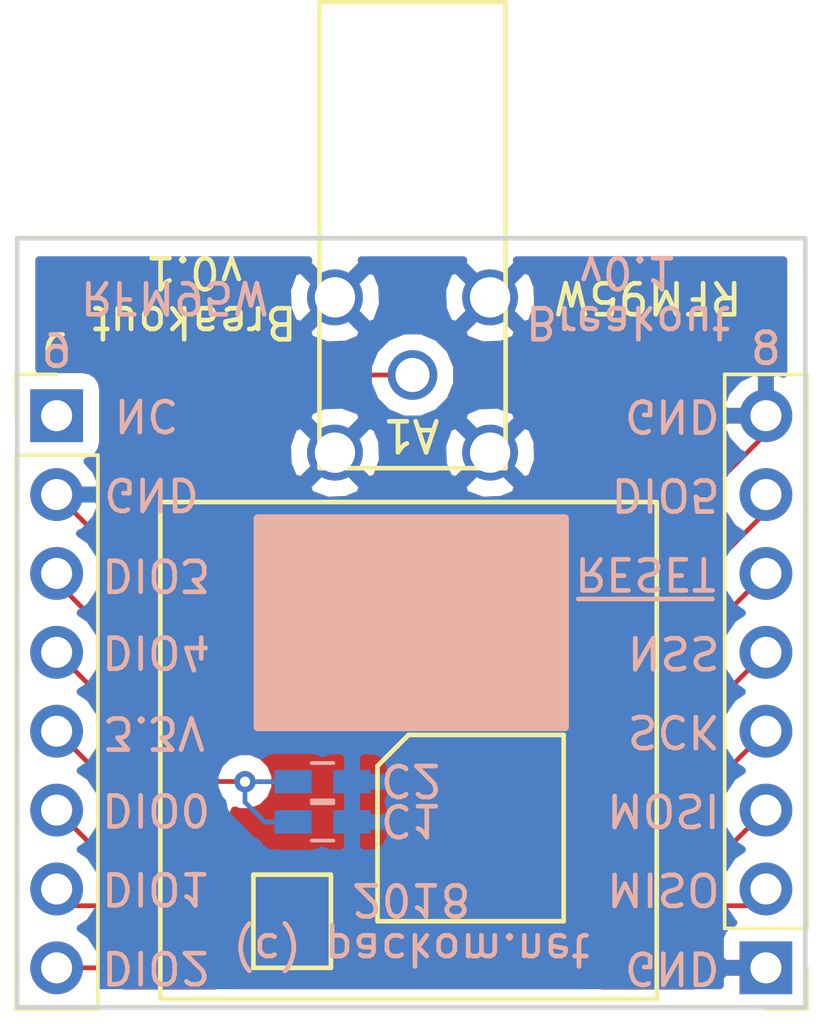
<source format=kicad_pcb>
(kicad_pcb (version 20171130) (host pcbnew 5.0.2-1.fc29)

  (general
    (thickness 1.6)
    (drawings 33)
    (tracks 51)
    (zones 0)
    (modules 6)
    (nets 16)
  )

  (page A4)
  (layers
    (0 F.Cu signal)
    (31 B.Cu signal)
    (32 B.Adhes user)
    (33 F.Adhes user)
    (34 B.Paste user)
    (35 F.Paste user)
    (36 B.SilkS user)
    (37 F.SilkS user)
    (38 B.Mask user)
    (39 F.Mask user)
    (40 Dwgs.User user)
    (41 Cmts.User user)
    (42 Eco1.User user)
    (43 Eco2.User user)
    (44 Edge.Cuts user)
    (45 Margin user)
    (46 B.CrtYd user)
    (47 F.CrtYd user)
    (48 B.Fab user)
    (49 F.Fab user)
  )

  (setup
    (last_trace_width 0.1524)
    (trace_clearance 0.1524)
    (zone_clearance 0.508)
    (zone_45_only no)
    (trace_min 0.1524)
    (segment_width 0.2)
    (edge_width 0.15)
    (via_size 0.6858)
    (via_drill 0.3302)
    (via_min_size 0.6858)
    (via_min_drill 0.3302)
    (uvia_size 0.6858)
    (uvia_drill 0.3302)
    (uvias_allowed no)
    (uvia_min_size 0.6858)
    (uvia_min_drill 0.3302)
    (pcb_text_width 0.3)
    (pcb_text_size 1.5 1.5)
    (mod_edge_width 0.15)
    (mod_text_size 1 1)
    (mod_text_width 0.15)
    (pad_size 1.2 0.9)
    (pad_drill 0)
    (pad_to_mask_clearance 0.2)
    (solder_mask_min_width 0.25)
    (aux_axis_origin 0 0)
    (visible_elements 7FFFFFFF)
    (pcbplotparams
      (layerselection 0x00030_80000001)
      (usegerberextensions false)
      (usegerberattributes false)
      (usegerberadvancedattributes false)
      (creategerberjobfile false)
      (excludeedgelayer true)
      (linewidth 0.100000)
      (plotframeref false)
      (viasonmask false)
      (mode 1)
      (useauxorigin false)
      (hpglpennumber 1)
      (hpglpenspeed 20)
      (hpglpendiameter 15.000000)
      (psnegative false)
      (psa4output false)
      (plotreference true)
      (plotvalue true)
      (plotinvisibletext false)
      (padsonsilk false)
      (subtractmaskfromsilk false)
      (outputformat 1)
      (mirror false)
      (drillshape 1)
      (scaleselection 1)
      (outputdirectory ""))
  )

  (net 0 "")
  (net 1 GND)
  (net 2 "Net-(A1-Pad1)")
  (net 3 +3V3)
  (net 4 "Net-(J1-Pad2)")
  (net 5 "Net-(J1-Pad3)")
  (net 6 "Net-(J1-Pad4)")
  (net 7 "Net-(J1-Pad5)")
  (net 8 "Net-(J1-Pad6)")
  (net 9 "Net-(J1-Pad7)")
  (net 10 "Net-(J2-Pad1)")
  (net 11 "Net-(J2-Pad3)")
  (net 12 "Net-(J2-Pad4)")
  (net 13 "Net-(J2-Pad6)")
  (net 14 "Net-(J2-Pad7)")
  (net 15 "Net-(J2-Pad8)")

  (net_class Default "This is the default net class."
    (clearance 0.1524)
    (trace_width 0.1524)
    (via_dia 0.6858)
    (via_drill 0.3302)
    (uvia_dia 0.6858)
    (uvia_drill 0.3302)
    (add_net +3V3)
    (add_net GND)
    (add_net "Net-(A1-Pad1)")
    (add_net "Net-(J1-Pad2)")
    (add_net "Net-(J1-Pad3)")
    (add_net "Net-(J1-Pad4)")
    (add_net "Net-(J1-Pad5)")
    (add_net "Net-(J1-Pad6)")
    (add_net "Net-(J1-Pad7)")
    (add_net "Net-(J2-Pad1)")
    (add_net "Net-(J2-Pad3)")
    (add_net "Net-(J2-Pad4)")
    (add_net "Net-(J2-Pad6)")
    (add_net "Net-(J2-Pad7)")
    (add_net "Net-(J2-Pad8)")
  )

  (module "My Footprints:Aerial_SMA_Regular" (layer F.Cu) (tedit 5A6F91B6) (tstamp 5A6F8ABF)
    (at 148.629115 97.750331)
    (path /5A6F7E34)
    (fp_text reference A1 (at -14.644115 3.849669) (layer F.SilkS) hide
      (effects (font (size 1 1) (thickness 0.15)))
    )
    (fp_text value Antenna_Shield (at 0 -5.120331) (layer F.Fab) hide
      (effects (font (size 1 1) (thickness 0.15)))
    )
    (fp_line (start 3.000885 2.999669) (end 3.000885 -12.000331) (layer F.SilkS) (width 0.15))
    (fp_line (start -2.999115 2.999669) (end 3.000885 2.999669) (layer F.SilkS) (width 0.15))
    (fp_line (start -2.999115 -12.000331) (end 3.000885 -12.000331) (layer F.SilkS) (width 0.15))
    (fp_line (start -2.999115 2.999669) (end -2.999115 -12.000331) (layer F.SilkS) (width 0.15))
    (fp_line (start -2.999115 2.999669) (end -2.999115 -0.000331) (layer F.CrtYd) (width 0.15))
    (fp_line (start 3.000885 2.999669) (end -2.999115 2.999669) (layer F.CrtYd) (width 0.15))
    (fp_line (start 3.000885 -3.000331) (end 3.000885 2.999669) (layer F.CrtYd) (width 0.15))
    (fp_line (start -2.999115 -3.000331) (end 3.000885 -3.000331) (layer F.CrtYd) (width 0.15))
    (fp_line (start -2.999115 -0.000331) (end -2.999115 -3.000331) (layer F.CrtYd) (width 0.15))
    (pad 2 thru_hole circle (at -2.499115 -2.500331 90) (size 1.8 1.8) (drill 1.3) (layers *.Cu *.Mask)
      (net 1 GND))
    (pad 2 thru_hole circle (at -2.499115 2.499669 90) (size 1.8 1.8) (drill 1.3) (layers *.Cu *.Mask)
      (net 1 GND))
    (pad 2 thru_hole circle (at 2.500885 2.499669 90) (size 1.8 1.8) (drill 1.3) (layers *.Cu *.Mask)
      (net 1 GND))
    (pad 2 thru_hole circle (at 2.500885 -2.500331 90) (size 1.8 1.8) (drill 1.3) (layers *.Cu *.Mask)
      (net 1 GND))
    (pad 1 thru_hole circle (at 0.000885 -0.000331 90) (size 1.6 1.6) (drill 1.1) (layers *.Cu *.Mask)
      (net 2 "Net-(A1-Pad1)"))
  )

  (module Capacitors_SMD:C_0603_HandSoldering (layer B.Cu) (tedit 5A6F91F8) (tstamp 5A6F8AC5)
    (at 145.73 112.141)
    (descr "Capacitor SMD 0603, hand soldering")
    (tags "capacitor 0603")
    (path /5A6F7926)
    (attr smd)
    (fp_text reference C1 (at -13.65 0.889) (layer B.SilkS) hide
      (effects (font (size 1 1) (thickness 0.15)) (justify mirror))
    )
    (fp_text value 10uF (at -12.38 -8.89) (layer B.Fab) hide
      (effects (font (size 1 1) (thickness 0.15)) (justify mirror))
    )
    (fp_text user %R (at -13.65 -0.635) (layer B.Fab) hide
      (effects (font (size 1 1) (thickness 0.15)) (justify mirror))
    )
    (fp_line (start -0.8 -0.4) (end -0.8 0.4) (layer B.Fab) (width 0.1))
    (fp_line (start 0.8 -0.4) (end -0.8 -0.4) (layer B.Fab) (width 0.1))
    (fp_line (start 0.8 0.4) (end 0.8 -0.4) (layer B.Fab) (width 0.1))
    (fp_line (start -0.8 0.4) (end 0.8 0.4) (layer B.Fab) (width 0.1))
    (fp_line (start -0.35 0.6) (end 0.35 0.6) (layer B.SilkS) (width 0.12))
    (fp_line (start 0.35 -0.6) (end -0.35 -0.6) (layer B.SilkS) (width 0.12))
    (fp_line (start -1.8 0.65) (end 1.8 0.65) (layer B.CrtYd) (width 0.05))
    (fp_line (start -1.8 0.65) (end -1.8 -0.65) (layer B.CrtYd) (width 0.05))
    (fp_line (start 1.8 -0.65) (end 1.8 0.65) (layer B.CrtYd) (width 0.05))
    (fp_line (start 1.8 -0.65) (end -1.8 -0.65) (layer B.CrtYd) (width 0.05))
    (pad 1 smd rect (at -0.95 0) (size 1.2 0.75) (layers B.Cu B.Paste B.Mask)
      (net 3 +3V3))
    (pad 2 smd rect (at 0.95 0) (size 1.2 0.75) (layers B.Cu B.Paste B.Mask)
      (net 1 GND))
    (model Capacitors_SMD.3dshapes/C_0603.wrl
      (at (xyz 0 0 0))
      (scale (xyz 1 1 1))
      (rotate (xyz 0 0 0))
    )
  )

  (module Capacitors_SMD:C_0603_HandSoldering (layer B.Cu) (tedit 5A6F91FA) (tstamp 5A6F8ACB)
    (at 145.73 110.8456)
    (descr "Capacitor SMD 0603, hand soldering")
    (tags "capacitor 0603")
    (path /5A6F78BF)
    (attr smd)
    (fp_text reference C2 (at -13.7008 -2.0828) (layer B.SilkS) hide
      (effects (font (size 1 1) (thickness 0.15)) (justify mirror))
    )
    (fp_text value 0.1uF (at -12.38 -5.715) (layer B.Fab) hide
      (effects (font (size 1 1) (thickness 0.15)) (justify mirror))
    )
    (fp_text user %R (at -13.65 -0.635) (layer B.Fab) hide
      (effects (font (size 1 1) (thickness 0.15)) (justify mirror))
    )
    (fp_line (start -0.8 -0.4) (end -0.8 0.4) (layer B.Fab) (width 0.1))
    (fp_line (start 0.8 -0.4) (end -0.8 -0.4) (layer B.Fab) (width 0.1))
    (fp_line (start 0.8 0.4) (end 0.8 -0.4) (layer B.Fab) (width 0.1))
    (fp_line (start -0.8 0.4) (end 0.8 0.4) (layer B.Fab) (width 0.1))
    (fp_line (start -0.35 0.6) (end 0.35 0.6) (layer B.SilkS) (width 0.12))
    (fp_line (start 0.35 -0.6) (end -0.35 -0.6) (layer B.SilkS) (width 0.12))
    (fp_line (start -1.8 0.65) (end 1.8 0.65) (layer B.CrtYd) (width 0.05))
    (fp_line (start -1.8 0.65) (end -1.8 -0.65) (layer B.CrtYd) (width 0.05))
    (fp_line (start 1.8 -0.65) (end 1.8 0.65) (layer B.CrtYd) (width 0.05))
    (fp_line (start 1.8 -0.65) (end -1.8 -0.65) (layer B.CrtYd) (width 0.05))
    (pad 1 smd rect (at -0.95 0) (size 1.2 0.75) (layers B.Cu B.Paste B.Mask)
      (net 3 +3V3))
    (pad 2 smd rect (at 0.95 0) (size 1.2 0.75) (layers B.Cu B.Paste B.Mask)
      (net 1 GND))
    (model Capacitors_SMD.3dshapes/C_0603.wrl
      (at (xyz 0 0 0))
      (scale (xyz 1 1 1))
      (rotate (xyz 0 0 0))
    )
  )

  (module Pin_Headers:Pin_Header_Straight_1x08_Pitch2.54mm (layer F.Cu) (tedit 5A6F88BE) (tstamp 5A6F8AD7)
    (at 160.02 116.84 180)
    (descr "Through hole straight pin header, 1x08, 2.54mm pitch, single row")
    (tags "Through hole pin header THT 1x08 2.54mm single row")
    (path /5A6F799F)
    (fp_text reference J1 (at -2.54 0 180) (layer F.SilkS) hide
      (effects (font (size 1 1) (thickness 0.15)))
    )
    (fp_text value CONN_01X08 (at -2.54 8.89 270) (layer F.Fab) hide
      (effects (font (size 1 1) (thickness 0.15)))
    )
    (fp_line (start -0.635 -1.27) (end 1.27 -1.27) (layer F.Fab) (width 0.1))
    (fp_line (start 1.27 -1.27) (end 1.27 19.05) (layer F.Fab) (width 0.1))
    (fp_line (start 1.27 19.05) (end -1.27 19.05) (layer F.Fab) (width 0.1))
    (fp_line (start -1.27 19.05) (end -1.27 -0.635) (layer F.Fab) (width 0.1))
    (fp_line (start -1.27 -0.635) (end -0.635 -1.27) (layer F.Fab) (width 0.1))
    (fp_line (start -1.33 19.11) (end 1.33 19.11) (layer F.SilkS) (width 0.12))
    (fp_line (start -1.33 1.27) (end -1.33 19.11) (layer F.SilkS) (width 0.12))
    (fp_line (start 1.33 1.27) (end 1.33 19.11) (layer F.SilkS) (width 0.12))
    (fp_line (start -1.33 1.27) (end 1.33 1.27) (layer F.SilkS) (width 0.12))
    (fp_line (start -1.33 0) (end -1.33 -1.33) (layer F.SilkS) (width 0.12))
    (fp_line (start -1.33 -1.33) (end 0 -1.33) (layer F.SilkS) (width 0.12))
    (fp_line (start -1.8 -1.8) (end -1.8 19.55) (layer F.CrtYd) (width 0.05))
    (fp_line (start -1.8 19.55) (end 1.8 19.55) (layer F.CrtYd) (width 0.05))
    (fp_line (start 1.8 19.55) (end 1.8 -1.8) (layer F.CrtYd) (width 0.05))
    (fp_line (start 1.8 -1.8) (end -1.8 -1.8) (layer F.CrtYd) (width 0.05))
    (fp_text user %R (at 0 8.89 270) (layer F.Fab)
      (effects (font (size 1 1) (thickness 0.15)))
    )
    (pad 1 thru_hole rect (at 0 0 180) (size 1.7 1.7) (drill 1) (layers *.Cu *.Mask)
      (net 1 GND))
    (pad 2 thru_hole oval (at 0 2.54 180) (size 1.7 1.7) (drill 1) (layers *.Cu *.Mask)
      (net 4 "Net-(J1-Pad2)"))
    (pad 3 thru_hole oval (at 0 5.08 180) (size 1.7 1.7) (drill 1) (layers *.Cu *.Mask)
      (net 5 "Net-(J1-Pad3)"))
    (pad 4 thru_hole oval (at 0 7.62 180) (size 1.7 1.7) (drill 1) (layers *.Cu *.Mask)
      (net 6 "Net-(J1-Pad4)"))
    (pad 5 thru_hole oval (at 0 10.16 180) (size 1.7 1.7) (drill 1) (layers *.Cu *.Mask)
      (net 7 "Net-(J1-Pad5)"))
    (pad 6 thru_hole oval (at 0 12.7 180) (size 1.7 1.7) (drill 1) (layers *.Cu *.Mask)
      (net 8 "Net-(J1-Pad6)"))
    (pad 7 thru_hole oval (at 0 15.24 180) (size 1.7 1.7) (drill 1) (layers *.Cu *.Mask)
      (net 9 "Net-(J1-Pad7)"))
    (pad 8 thru_hole oval (at 0 17.78 180) (size 1.7 1.7) (drill 1) (layers *.Cu *.Mask)
      (net 1 GND))
    (model ${KISYS3DMOD}/Pin_Headers.3dshapes/Pin_Header_Straight_1x08_Pitch2.54mm.wrl
      (at (xyz 0 0 0))
      (scale (xyz 1 1 1))
      (rotate (xyz 0 0 0))
    )
  )

  (module Pin_Headers:Pin_Header_Straight_1x08_Pitch2.54mm (layer F.Cu) (tedit 5A6F88BB) (tstamp 5A6F8AE3)
    (at 137.16 99.06)
    (descr "Through hole straight pin header, 1x08, 2.54mm pitch, single row")
    (tags "Through hole pin header THT 1x08 2.54mm single row")
    (path /5A6F7B1E)
    (fp_text reference J2 (at -1.905 17.78) (layer F.SilkS) hide
      (effects (font (size 1 1) (thickness 0.15)))
    )
    (fp_text value CONN_01X08 (at -2.54 8.89 90) (layer F.Fab) hide
      (effects (font (size 1 1) (thickness 0.15)))
    )
    (fp_line (start -0.635 -1.27) (end 1.27 -1.27) (layer F.Fab) (width 0.1))
    (fp_line (start 1.27 -1.27) (end 1.27 19.05) (layer F.Fab) (width 0.1))
    (fp_line (start 1.27 19.05) (end -1.27 19.05) (layer F.Fab) (width 0.1))
    (fp_line (start -1.27 19.05) (end -1.27 -0.635) (layer F.Fab) (width 0.1))
    (fp_line (start -1.27 -0.635) (end -0.635 -1.27) (layer F.Fab) (width 0.1))
    (fp_line (start -1.33 19.11) (end 1.33 19.11) (layer F.SilkS) (width 0.12))
    (fp_line (start -1.33 1.27) (end -1.33 19.11) (layer F.SilkS) (width 0.12))
    (fp_line (start 1.33 1.27) (end 1.33 19.11) (layer F.SilkS) (width 0.12))
    (fp_line (start -1.33 1.27) (end 1.33 1.27) (layer F.SilkS) (width 0.12))
    (fp_line (start -1.33 0) (end -1.33 -1.33) (layer F.SilkS) (width 0.12))
    (fp_line (start -1.33 -1.33) (end 0 -1.33) (layer F.SilkS) (width 0.12))
    (fp_line (start -1.8 -1.8) (end -1.8 19.55) (layer F.CrtYd) (width 0.05))
    (fp_line (start -1.8 19.55) (end 1.8 19.55) (layer F.CrtYd) (width 0.05))
    (fp_line (start 1.8 19.55) (end 1.8 -1.8) (layer F.CrtYd) (width 0.05))
    (fp_line (start 1.8 -1.8) (end -1.8 -1.8) (layer F.CrtYd) (width 0.05))
    (fp_text user %R (at 0 8.89 90) (layer F.Fab)
      (effects (font (size 1 1) (thickness 0.15)))
    )
    (pad 1 thru_hole rect (at 0 0) (size 1.7 1.7) (drill 1) (layers *.Cu *.Mask)
      (net 10 "Net-(J2-Pad1)"))
    (pad 2 thru_hole oval (at 0 2.54) (size 1.7 1.7) (drill 1) (layers *.Cu *.Mask)
      (net 1 GND))
    (pad 3 thru_hole oval (at 0 5.08) (size 1.7 1.7) (drill 1) (layers *.Cu *.Mask)
      (net 11 "Net-(J2-Pad3)"))
    (pad 4 thru_hole oval (at 0 7.62) (size 1.7 1.7) (drill 1) (layers *.Cu *.Mask)
      (net 12 "Net-(J2-Pad4)"))
    (pad 5 thru_hole oval (at 0 10.16) (size 1.7 1.7) (drill 1) (layers *.Cu *.Mask)
      (net 3 +3V3))
    (pad 6 thru_hole oval (at 0 12.7) (size 1.7 1.7) (drill 1) (layers *.Cu *.Mask)
      (net 13 "Net-(J2-Pad6)"))
    (pad 7 thru_hole oval (at 0 15.24) (size 1.7 1.7) (drill 1) (layers *.Cu *.Mask)
      (net 14 "Net-(J2-Pad7)"))
    (pad 8 thru_hole oval (at 0 17.78) (size 1.7 1.7) (drill 1) (layers *.Cu *.Mask)
      (net 15 "Net-(J2-Pad8)"))
    (model ${KISYS3DMOD}/Pin_Headers.3dshapes/Pin_Header_Straight_1x08_Pitch2.54mm.wrl
      (at (xyz 0 0 0))
      (scale (xyz 1 1 1))
      (rotate (xyz 0 0 0))
    )
  )

  (module "My Footprints:RFM95W" (layer F.Cu) (tedit 5A6F88B8) (tstamp 5A6F8B0F)
    (at 148.5011 109.84 180)
    (path /5A6F783B)
    (fp_text reference U1 (at -14.0589 8.875 180) (layer F.SilkS) hide
      (effects (font (size 1 1) (thickness 0.15)))
    )
    (fp_text value RFM95W (at 18.5039 -5.065 180) (layer F.Fab) hide
      (effects (font (size 1 1) (thickness 0.15)))
    )
    (fp_line (start 2.5 -7) (end 5 -7) (layer F.SilkS) (width 0.15))
    (fp_line (start 2.5 -4) (end 2.5 -7) (layer F.SilkS) (width 0.15))
    (fp_line (start 5 -4) (end 2.5 -4) (layer F.SilkS) (width 0.15))
    (fp_line (start 5 -7) (end 5 -4) (layer F.SilkS) (width 0.15))
    (fp_line (start -5 0.5) (end -5 -5.5) (layer F.SilkS) (width 0.15))
    (fp_line (start 0 0.5) (end -5 0.5) (layer F.SilkS) (width 0.15))
    (fp_line (start 1 -0.5) (end 0 0.5) (layer F.SilkS) (width 0.15))
    (fp_line (start 1 -5.5) (end 1 -0.5) (layer F.SilkS) (width 0.15))
    (fp_line (start -5 -5.5) (end 1 -5.5) (layer F.SilkS) (width 0.15))
    (fp_line (start -8 8) (end -8 -8) (layer F.SilkS) (width 0.15))
    (fp_line (start 8 8) (end -8 8) (layer F.SilkS) (width 0.15))
    (fp_line (start 8 -8) (end 8 8) (layer F.SilkS) (width 0.15))
    (fp_line (start -8 -8) (end 8 -8) (layer F.SilkS) (width 0.15))
    (fp_line (start -8.2 -8.2) (end 0 -8.2) (layer F.CrtYd) (width 0.15))
    (fp_line (start -8.2 8.2) (end -8.2 -8.2) (layer F.CrtYd) (width 0.15))
    (fp_line (start 8.2 8.2) (end -8.2 8.2) (layer F.CrtYd) (width 0.15))
    (fp_line (start 8.2 -8.2) (end 8.2 8.2) (layer F.CrtYd) (width 0.15))
    (fp_line (start 0 -8.2) (end 8.2 -8.2) (layer F.CrtYd) (width 0.15))
    (pad 1 smd rect (at -7.7 -7 180) (size 3 1.4) (layers F.Cu F.Paste F.Mask)
      (net 1 GND))
    (pad 2 smd rect (at -7.7 -5 180) (size 3 1.4) (layers F.Cu F.Paste F.Mask)
      (net 4 "Net-(J1-Pad2)"))
    (pad 3 smd rect (at -7.7 -3 180) (size 3 1.4) (layers F.Cu F.Paste F.Mask)
      (net 5 "Net-(J1-Pad3)"))
    (pad 4 smd rect (at -7.7 -1 180) (size 3 1.4) (layers F.Cu F.Paste F.Mask)
      (net 6 "Net-(J1-Pad4)"))
    (pad 5 smd rect (at -7.7 1 180) (size 3 1.4) (layers F.Cu F.Paste F.Mask)
      (net 7 "Net-(J1-Pad5)"))
    (pad 6 smd rect (at -7.7 3 180) (size 3 1.4) (layers F.Cu F.Paste F.Mask)
      (net 8 "Net-(J1-Pad6)"))
    (pad 7 smd rect (at -7.7 5 180) (size 3 1.4) (layers F.Cu F.Paste F.Mask)
      (net 9 "Net-(J1-Pad7)"))
    (pad 8 smd rect (at -7.7 7 180) (size 3 1.4) (layers F.Cu F.Paste F.Mask)
      (net 1 GND))
    (pad 9 smd rect (at 7.7 7 180) (size 3 1.4) (layers F.Cu F.Paste F.Mask)
      (net 10 "Net-(J2-Pad1)"))
    (pad 10 smd rect (at 7.7 5 180) (size 3 1.4) (layers F.Cu F.Paste F.Mask)
      (net 1 GND))
    (pad 11 smd rect (at 7.7 3 180) (size 3 1.4) (layers F.Cu F.Paste F.Mask)
      (net 11 "Net-(J2-Pad3)"))
    (pad 12 smd rect (at 7.7 1 180) (size 3 1.4) (layers F.Cu F.Paste F.Mask)
      (net 12 "Net-(J2-Pad4)"))
    (pad 13 smd rect (at 7.7 -1 180) (size 3 1.4) (layers F.Cu F.Paste F.Mask)
      (net 3 +3V3))
    (pad 14 smd rect (at 7.7 -3 180) (size 3 1.4) (layers F.Cu F.Paste F.Mask)
      (net 13 "Net-(J2-Pad6)"))
    (pad 15 smd rect (at 7.7 -5 180) (size 3 1.4) (layers F.Cu F.Paste F.Mask)
      (net 14 "Net-(J2-Pad7)"))
    (pad 16 smd rect (at 7.7 -7 180) (size 3 1.4) (layers F.Cu F.Paste F.Mask)
      (net 15 "Net-(J2-Pad8)"))
  )

  (gr_text NC (at 140.055458 99.042182 180) (layer B.SilkS) (tstamp 5A6F8F62)
    (effects (font (size 1 1) (thickness 0.15)) (justify mirror))
  )
  (gr_text C2 (at 148.59 110.7948 180) (layer B.SilkS) (tstamp 5A6F92A4)
    (effects (font (size 1 1) (thickness 0.15)) (justify mirror))
  )
  (gr_text C1 (at 148.59 112.0902 180) (layer B.SilkS) (tstamp 5A6F928C)
    (effects (font (size 1 1) (thickness 0.15)) (justify mirror))
  )
  (gr_text A1 (at 148.59 99.695 180) (layer F.SilkS) (tstamp 5A6F91F2)
    (effects (font (size 1 1) (thickness 0.15)))
  )
  (gr_text GND (at 158.623 116.84 180) (layer B.SilkS) (tstamp 5A6F9055)
    (effects (font (size 1 1) (thickness 0.15)) (justify right mirror))
  )
  (gr_text DIO5 (at 158.623 101.6 180) (layer B.SilkS) (tstamp 5A6F8FA5)
    (effects (font (size 1 1) (thickness 0.15)) (justify right mirror))
  )
  (gr_text ~RESET (at 158.496 104.14 180) (layer B.SilkS) (tstamp 5A6F8FA2)
    (effects (font (size 1 1) (thickness 0.15)) (justify right mirror))
  )
  (gr_text NSS (at 158.623 106.68 180) (layer B.SilkS) (tstamp 5A6F8F9F)
    (effects (font (size 1 1) (thickness 0.15)) (justify right mirror))
  )
  (gr_text SCK (at 158.623 109.22 180) (layer B.SilkS) (tstamp 5A6F8F9C)
    (effects (font (size 1 1) (thickness 0.15)) (justify right mirror))
  )
  (gr_text MOSI (at 158.623 111.76 180) (layer B.SilkS) (tstamp 5A6F8F99)
    (effects (font (size 1 1) (thickness 0.15)) (justify right mirror))
  )
  (gr_text MISO (at 158.623 114.3 180) (layer B.SilkS) (tstamp 5A6F8F8E)
    (effects (font (size 1 1) (thickness 0.15)) (justify right mirror))
  )
  (gr_text DIO2 (at 138.531458 116.822182 180) (layer B.SilkS) (tstamp 5A6F8F83)
    (effects (font (size 1 1) (thickness 0.15)) (justify left mirror))
  )
  (gr_text DIO1 (at 138.531458 114.282182 180) (layer B.SilkS) (tstamp 5A6F8F80)
    (effects (font (size 1 1) (thickness 0.15)) (justify left mirror))
  )
  (gr_text DIO0 (at 138.531458 111.742182 180) (layer B.SilkS) (tstamp 5A6F8F7D)
    (effects (font (size 1 1) (thickness 0.15)) (justify left mirror))
  )
  (gr_text 3.3V (at 138.594958 109.265682 180) (layer B.SilkS) (tstamp 5A6F8F77)
    (effects (font (size 1 1) (thickness 0.15)) (justify left mirror))
  )
  (gr_text DIO4 (at 138.531458 106.662182 180) (layer B.SilkS) (tstamp 5A6F8F74)
    (effects (font (size 1 1) (thickness 0.15)) (justify left mirror))
  )
  (gr_text DIO3 (at 138.531458 104.185682 180) (layer B.SilkS) (tstamp 5A6F8F6A)
    (effects (font (size 1 1) (thickness 0.15)) (justify left mirror))
  )
  (gr_text GND (at 138.594958 101.582182 180) (layer B.SilkS) (tstamp 5A6F8F61)
    (effects (font (size 1 1) (thickness 0.15)) (justify left mirror))
  )
  (gr_text GND (at 158.623 99.06 180) (layer B.SilkS) (tstamp 5A6F8F60)
    (effects (font (size 1 1) (thickness 0.15)) (justify right mirror))
  )
  (gr_text 9 (at 137.16 96.901 180) (layer B.SilkS) (tstamp 5A6F8F5C)
    (effects (font (size 1 1) (thickness 0.15)) (justify mirror))
  )
  (gr_text 8 (at 160.02 96.901) (layer B.SilkS) (tstamp 5A6F8F5A)
    (effects (font (size 1 1) (thickness 0.15)) (justify mirror))
  )
  (gr_text "Breakout\nv0.1" (at 155.575 95.25 180) (layer B.SilkS) (tstamp 5A6F8F51)
    (effects (font (size 1 1) (thickness 0.15)) (justify mirror))
  )
  (gr_text RFM95W (at 140.97 95.25 180) (layer B.SilkS) (tstamp 5A6F8F50)
    (effects (font (size 1 1) (thickness 0.15)) (justify mirror))
  )
  (gr_text 8 (at 160.02 96.901) (layer F.SilkS) (tstamp 5A6F8F47)
    (effects (font (size 1 1) (thickness 0.15)))
  )
  (gr_text 9 (at 137.16 96.901 180) (layer F.SilkS) (tstamp 5A6F8F3D)
    (effects (font (size 1 1) (thickness 0.15)))
  )
  (gr_text "(c) packom.net\n2018" (at 148.59 115.443 180) (layer B.SilkS) (tstamp 5A6F8F30)
    (effects (font (size 1 1) (thickness 0.15)) (justify mirror))
  )
  (gr_text "Breakout\nv0.1" (at 141.605 95.25 180) (layer F.SilkS) (tstamp 5C300721)
    (effects (font (size 1 1) (thickness 0.15)))
  )
  (gr_text RFM95W (at 156.21 95.25 180) (layer F.SilkS) (tstamp 5A6F8E27)
    (effects (font (size 1 1) (thickness 0.15)))
  )
  (gr_text RFM95W (at 148.59 106.045 180) (layer F.SilkS)
    (effects (font (size 1 1) (thickness 0.15)))
  )
  (gr_line (start 161.29 93.345) (end 135.89 93.345) (layer Edge.Cuts) (width 0.15))
  (gr_line (start 161.29 118.11) (end 161.29 93.345) (layer Edge.Cuts) (width 0.15))
  (gr_line (start 135.89 118.11) (end 135.89 93.345) (layer Edge.Cuts) (width 0.15))
  (gr_line (start 161.29 118.11) (end 135.89 118.11) (layer Edge.Cuts) (width 0.15))

  (segment (start 140.8011 104.84) (end 139.6888 104.84) (width 0.1524) (layer F.Cu) (net 1))
  (segment (start 139.6888 104.84) (end 138.6332 103.7844) (width 0.1524) (layer F.Cu) (net 1))
  (segment (start 138.6332 103.7844) (end 138.6332 103.0732) (width 0.1524) (layer F.Cu) (net 1))
  (segment (start 138.6332 103.0732) (end 137.16 101.6) (width 0.1524) (layer F.Cu) (net 1))
  (segment (start 156.2011 102.84) (end 156.8242 102.84) (width 0.1524) (layer F.Cu) (net 1))
  (segment (start 156.8242 102.84) (end 160.02 99.6442) (width 0.1524) (layer F.Cu) (net 1))
  (segment (start 160.02 99.6442) (end 160.02 99.06) (width 0.1524) (layer F.Cu) (net 1))
  (segment (start 156.2011 116.84) (end 160.02 116.84) (width 0.1524) (layer F.Cu) (net 1))
  (segment (start 148.63 97.75) (end 143.55 97.75) (width 0.1524) (layer F.Cu) (net 2))
  (segment (start 143.55 97.75) (end 143.160634 98.139366) (width 0.1524) (layer F.Cu) (net 2))
  (segment (start 140.8011 110.84) (end 138.78 110.84) (width 0.1524) (layer F.Cu) (net 3))
  (segment (start 138.78 110.84) (end 137.16 109.22) (width 0.1524) (layer F.Cu) (net 3))
  (segment (start 144.78 112.141) (end 143.8656 112.141) (width 0.1524) (layer B.Cu) (net 3))
  (segment (start 143.8656 112.141) (end 143.2306 111.506) (width 0.1524) (layer B.Cu) (net 3))
  (segment (start 143.2306 111.506) (end 143.2306 110.8456) (width 0.1524) (layer B.Cu) (net 3))
  (segment (start 143.2306 110.8456) (end 143.715533 110.8456) (width 0.1524) (layer B.Cu) (net 3))
  (segment (start 143.715533 110.8456) (end 144.78 110.8456) (width 0.1524) (layer B.Cu) (net 3))
  (segment (start 140.8011 110.84) (end 143.225 110.84) (width 0.1524) (layer F.Cu) (net 3))
  (segment (start 143.225 110.84) (end 143.2306 110.8456) (width 0.1524) (layer F.Cu) (net 3))
  (via (at 143.2306 110.8456) (size 0.6858) (drill 0.3302) (layers F.Cu B.Cu) (net 3))
  (segment (start 156.2011 114.84) (end 159.48 114.84) (width 0.1524) (layer F.Cu) (net 4))
  (segment (start 159.48 114.84) (end 160.02 114.3) (width 0.1524) (layer F.Cu) (net 4))
  (segment (start 156.2011 112.84) (end 158.94 112.84) (width 0.1524) (layer F.Cu) (net 5))
  (segment (start 158.94 112.84) (end 160.02 111.76) (width 0.1524) (layer F.Cu) (net 5))
  (segment (start 156.2011 110.84) (end 158.4 110.84) (width 0.1524) (layer F.Cu) (net 6))
  (segment (start 158.4 110.84) (end 160.02 109.22) (width 0.1524) (layer F.Cu) (net 6))
  (segment (start 156.2011 108.84) (end 157.86 108.84) (width 0.1524) (layer F.Cu) (net 7))
  (segment (start 157.86 108.84) (end 160.02 106.68) (width 0.1524) (layer F.Cu) (net 7))
  (segment (start 156.2011 106.84) (end 157.32 106.84) (width 0.1524) (layer F.Cu) (net 8))
  (segment (start 157.32 106.84) (end 159.170001 104.989999) (width 0.1524) (layer F.Cu) (net 8))
  (segment (start 159.170001 104.989999) (end 160.02 104.14) (width 0.1524) (layer F.Cu) (net 8))
  (segment (start 156.2011 104.84) (end 157.3388 104.84) (width 0.1524) (layer F.Cu) (net 9))
  (segment (start 157.3388 104.84) (end 160.02 102.1588) (width 0.1524) (layer F.Cu) (net 9))
  (segment (start 160.02 102.1588) (end 160.02 101.6) (width 0.1524) (layer F.Cu) (net 9))
  (segment (start 140.8011 101.6987) (end 140.8011 101.9876) (width 0.1524) (layer F.Cu) (net 10))
  (segment (start 140.8011 101.9876) (end 140.8011 102.84) (width 0.1524) (layer F.Cu) (net 10))
  (segment (start 140.8011 102.84) (end 140.8011 100.4989) (width 0.1524) (layer F.Cu) (net 10))
  (segment (start 140.8011 100.4989) (end 141.605 99.695) (width 0.1524) (layer F.Cu) (net 10))
  (segment (start 141.605 99.695) (end 143.51 97.79) (width 0.1524) (layer F.Cu) (net 10))
  (segment (start 140.8011 106.84) (end 139.5806 106.84) (width 0.1524) (layer F.Cu) (net 11))
  (segment (start 139.5806 106.84) (end 137.1854 104.4448) (width 0.1524) (layer F.Cu) (net 11))
  (segment (start 137.1854 104.4448) (end 137.16 104.4448) (width 0.1524) (layer F.Cu) (net 11))
  (segment (start 137.16 104.4448) (end 137.16 104.14) (width 0.1524) (layer F.Cu) (net 11))
  (segment (start 140.8011 108.84) (end 139.32 108.84) (width 0.1524) (layer F.Cu) (net 12))
  (segment (start 139.32 108.84) (end 138.009999 107.529999) (width 0.1524) (layer F.Cu) (net 12))
  (segment (start 138.009999 107.529999) (end 137.16 106.68) (width 0.1524) (layer F.Cu) (net 12))
  (segment (start 140.8011 112.84) (end 138.24 112.84) (width 0.1524) (layer F.Cu) (net 13))
  (segment (start 138.24 112.84) (end 137.16 111.76) (width 0.1524) (layer F.Cu) (net 13))
  (segment (start 140.8011 114.84) (end 137.7 114.84) (width 0.1524) (layer F.Cu) (net 14))
  (segment (start 137.7 114.84) (end 137.16 114.3) (width 0.1524) (layer F.Cu) (net 14))
  (segment (start 140.8011 116.84) (end 137.16 116.84) (width 0.1524) (layer F.Cu) (net 15))

  (zone (net 1) (net_name GND) (layer B.Cu) (tstamp 0) (hatch edge 0.508)
    (connect_pads (clearance 0.508))
    (min_thickness 0.254)
    (fill yes (arc_segments 16) (thermal_gap 0.508) (thermal_bridge_width 0.508))
    (polygon
      (pts
        (xy 161.29 118.11) (xy 161.29 93.345) (xy 135.89 93.345) (xy 135.89 118.11)
      )
    )
    (filled_polygon
      (pts
        (xy 145.229446 94.169841) (xy 146.13 95.070395) (xy 147.030554 94.169841) (xy 146.991866 94.055) (xy 150.268134 94.055)
        (xy 150.229446 94.169841) (xy 151.13 95.070395) (xy 152.030554 94.169841) (xy 151.991866 94.055) (xy 160.580001 94.055)
        (xy 160.580001 97.713899) (xy 160.376892 97.618514) (xy 160.147 97.739181) (xy 160.147 98.933) (xy 160.167 98.933)
        (xy 160.167 99.187) (xy 160.147 99.187) (xy 160.147 99.207) (xy 159.893 99.207) (xy 159.893 99.187)
        (xy 158.699845 99.187) (xy 158.578524 99.41689) (xy 158.748355 99.826924) (xy 159.138642 100.255183) (xy 159.268478 100.316157)
        (xy 158.949375 100.529375) (xy 158.621161 101.020582) (xy 158.505908 101.6) (xy 158.621161 102.179418) (xy 158.949375 102.670625)
        (xy 159.247761 102.87) (xy 158.949375 103.069375) (xy 158.621161 103.560582) (xy 158.505908 104.14) (xy 158.621161 104.719418)
        (xy 158.949375 105.210625) (xy 159.247761 105.41) (xy 158.949375 105.609375) (xy 158.621161 106.100582) (xy 158.505908 106.68)
        (xy 158.621161 107.259418) (xy 158.949375 107.750625) (xy 159.247761 107.95) (xy 158.949375 108.149375) (xy 158.621161 108.640582)
        (xy 158.505908 109.22) (xy 158.621161 109.799418) (xy 158.949375 110.290625) (xy 159.247761 110.49) (xy 158.949375 110.689375)
        (xy 158.621161 111.180582) (xy 158.505908 111.76) (xy 158.621161 112.339418) (xy 158.949375 112.830625) (xy 159.247761 113.03)
        (xy 158.949375 113.229375) (xy 158.621161 113.720582) (xy 158.505908 114.3) (xy 158.621161 114.879418) (xy 158.949375 115.370625)
        (xy 158.971033 115.385096) (xy 158.810302 115.451673) (xy 158.631673 115.630301) (xy 158.535 115.86369) (xy 158.535 116.55425)
        (xy 158.69375 116.713) (xy 159.893 116.713) (xy 159.893 116.693) (xy 160.147 116.693) (xy 160.147 116.713)
        (xy 160.167 116.713) (xy 160.167 116.967) (xy 160.147 116.967) (xy 160.147 116.987) (xy 159.893 116.987)
        (xy 159.893 116.967) (xy 158.69375 116.967) (xy 158.535 117.12575) (xy 158.535 117.4) (xy 138.562701 117.4)
        (xy 138.674092 116.84) (xy 138.558839 116.260582) (xy 138.230625 115.769375) (xy 137.932239 115.57) (xy 138.230625 115.370625)
        (xy 138.558839 114.879418) (xy 138.674092 114.3) (xy 138.558839 113.720582) (xy 138.230625 113.229375) (xy 137.932239 113.03)
        (xy 138.230625 112.830625) (xy 138.558839 112.339418) (xy 138.674092 111.76) (xy 138.558839 111.180582) (xy 138.230625 110.689375)
        (xy 138.173319 110.651084) (xy 142.2527 110.651084) (xy 142.2527 111.040116) (xy 142.401577 111.399536) (xy 142.505895 111.503854)
        (xy 142.505468 111.506) (xy 142.5194 111.576041) (xy 142.5194 111.576045) (xy 142.560664 111.783495) (xy 142.587395 111.8235)
        (xy 142.678176 111.959364) (xy 142.678178 111.959366) (xy 142.717854 112.018745) (xy 142.777233 112.058422) (xy 143.313178 112.594367)
        (xy 143.352854 112.653746) (xy 143.412233 112.693422) (xy 143.412235 112.693424) (xy 143.517508 112.763765) (xy 143.588104 112.810936)
        (xy 143.617233 112.81673) (xy 143.722191 112.973809) (xy 143.932235 113.114157) (xy 144.18 113.16344) (xy 145.38 113.16344)
        (xy 145.627765 113.114157) (xy 145.719102 113.053127) (xy 145.720302 113.054327) (xy 145.953691 113.151) (xy 146.39425 113.151)
        (xy 146.553 112.99225) (xy 146.553 112.268) (xy 146.807 112.268) (xy 146.807 112.99225) (xy 146.96575 113.151)
        (xy 147.406309 113.151) (xy 147.639698 113.054327) (xy 147.818327 112.875699) (xy 147.915 112.64231) (xy 147.915 112.42675)
        (xy 147.75625 112.268) (xy 146.807 112.268) (xy 146.553 112.268) (xy 146.533 112.268) (xy 146.533 112.014)
        (xy 146.553 112.014) (xy 146.553 110.9726) (xy 146.807 110.9726) (xy 146.807 112.014) (xy 147.75625 112.014)
        (xy 147.915 111.85525) (xy 147.915 111.63969) (xy 147.854363 111.4933) (xy 147.915 111.34691) (xy 147.915 111.13135)
        (xy 147.75625 110.9726) (xy 146.807 110.9726) (xy 146.553 110.9726) (xy 146.533 110.9726) (xy 146.533 110.7186)
        (xy 146.553 110.7186) (xy 146.553 109.99435) (xy 146.807 109.99435) (xy 146.807 110.7186) (xy 147.75625 110.7186)
        (xy 147.915 110.55985) (xy 147.915 110.34429) (xy 147.818327 110.110901) (xy 147.639698 109.932273) (xy 147.406309 109.8356)
        (xy 146.96575 109.8356) (xy 146.807 109.99435) (xy 146.553 109.99435) (xy 146.39425 109.8356) (xy 145.953691 109.8356)
        (xy 145.720302 109.932273) (xy 145.719102 109.933473) (xy 145.627765 109.872443) (xy 145.38 109.82316) (xy 144.18 109.82316)
        (xy 143.932235 109.872443) (xy 143.742552 109.999186) (xy 143.425116 109.8677) (xy 143.036084 109.8677) (xy 142.676664 110.016577)
        (xy 142.401577 110.291664) (xy 142.2527 110.651084) (xy 138.173319 110.651084) (xy 137.932239 110.49) (xy 138.230625 110.290625)
        (xy 138.558839 109.799418) (xy 138.674092 109.22) (xy 138.558839 108.640582) (xy 138.230625 108.149375) (xy 137.932239 107.95)
        (xy 138.230625 107.750625) (xy 138.558839 107.259418) (xy 138.674092 106.68) (xy 138.558839 106.100582) (xy 138.230625 105.609375)
        (xy 137.932239 105.41) (xy 138.230625 105.210625) (xy 138.558839 104.719418) (xy 138.674092 104.14) (xy 138.558839 103.560582)
        (xy 138.230625 103.069375) (xy 137.911522 102.856157) (xy 138.041358 102.795183) (xy 138.431645 102.366924) (xy 138.601476 101.95689)
        (xy 138.480155 101.727) (xy 137.287 101.727) (xy 137.287 101.747) (xy 137.033 101.747) (xy 137.033 101.727)
        (xy 137.013 101.727) (xy 137.013 101.473) (xy 137.033 101.473) (xy 137.033 101.453) (xy 137.287 101.453)
        (xy 137.287 101.473) (xy 138.480155 101.473) (xy 138.555537 101.330159) (xy 145.229446 101.330159) (xy 145.315852 101.586643)
        (xy 145.889336 101.796458) (xy 146.49946 101.770839) (xy 146.944148 101.586643) (xy 147.030554 101.330159) (xy 150.229446 101.330159)
        (xy 150.315852 101.586643) (xy 150.889336 101.796458) (xy 151.49946 101.770839) (xy 151.944148 101.586643) (xy 152.030554 101.330159)
        (xy 151.13 100.429605) (xy 150.229446 101.330159) (xy 147.030554 101.330159) (xy 146.13 100.429605) (xy 145.229446 101.330159)
        (xy 138.555537 101.330159) (xy 138.601476 101.24311) (xy 138.431645 100.833076) (xy 138.154292 100.528739) (xy 138.257765 100.508157)
        (xy 138.467809 100.367809) (xy 138.608157 100.157765) (xy 138.637681 100.009336) (xy 144.583542 100.009336) (xy 144.609161 100.61946)
        (xy 144.793357 101.064148) (xy 145.049841 101.150554) (xy 145.950395 100.25) (xy 146.309605 100.25) (xy 147.210159 101.150554)
        (xy 147.466643 101.064148) (xy 147.676458 100.490664) (xy 147.656248 100.009336) (xy 149.583542 100.009336) (xy 149.609161 100.61946)
        (xy 149.793357 101.064148) (xy 150.049841 101.150554) (xy 150.950395 100.25) (xy 151.309605 100.25) (xy 152.210159 101.150554)
        (xy 152.466643 101.064148) (xy 152.676458 100.490664) (xy 152.650839 99.88054) (xy 152.466643 99.435852) (xy 152.210159 99.349446)
        (xy 151.309605 100.25) (xy 150.950395 100.25) (xy 150.049841 99.349446) (xy 149.793357 99.435852) (xy 149.583542 100.009336)
        (xy 147.656248 100.009336) (xy 147.650839 99.88054) (xy 147.466643 99.435852) (xy 147.210159 99.349446) (xy 146.309605 100.25)
        (xy 145.950395 100.25) (xy 145.049841 99.349446) (xy 144.793357 99.435852) (xy 144.583542 100.009336) (xy 138.637681 100.009336)
        (xy 138.65744 99.91) (xy 138.65744 99.169841) (xy 145.229446 99.169841) (xy 146.13 100.070395) (xy 147.030554 99.169841)
        (xy 146.944148 98.913357) (xy 146.370664 98.703542) (xy 145.76054 98.729161) (xy 145.315852 98.913357) (xy 145.229446 99.169841)
        (xy 138.65744 99.169841) (xy 138.65744 98.21) (xy 138.608157 97.962235) (xy 138.467809 97.752191) (xy 138.257765 97.611843)
        (xy 138.01 97.56256) (xy 136.6 97.56256) (xy 136.6 97.464561) (xy 147.195 97.464561) (xy 147.195 98.035439)
        (xy 147.413466 98.562862) (xy 147.817138 98.966534) (xy 148.344561 99.185) (xy 148.915439 99.185) (xy 148.952036 99.169841)
        (xy 150.229446 99.169841) (xy 151.13 100.070395) (xy 152.030554 99.169841) (xy 151.944148 98.913357) (xy 151.370664 98.703542)
        (xy 150.76054 98.729161) (xy 150.315852 98.913357) (xy 150.229446 99.169841) (xy 148.952036 99.169841) (xy 149.442862 98.966534)
        (xy 149.706286 98.70311) (xy 158.578524 98.70311) (xy 158.699845 98.933) (xy 159.893 98.933) (xy 159.893 97.739181)
        (xy 159.663108 97.618514) (xy 159.138642 97.864817) (xy 158.748355 98.293076) (xy 158.578524 98.70311) (xy 149.706286 98.70311)
        (xy 149.846534 98.562862) (xy 150.065 98.035439) (xy 150.065 97.464561) (xy 149.846534 96.937138) (xy 149.442862 96.533466)
        (xy 148.952037 96.330159) (xy 150.229446 96.330159) (xy 150.315852 96.586643) (xy 150.889336 96.796458) (xy 151.49946 96.770839)
        (xy 151.944148 96.586643) (xy 152.030554 96.330159) (xy 151.13 95.429605) (xy 150.229446 96.330159) (xy 148.952037 96.330159)
        (xy 148.915439 96.315) (xy 148.344561 96.315) (xy 147.817138 96.533466) (xy 147.413466 96.937138) (xy 147.195 97.464561)
        (xy 136.6 97.464561) (xy 136.6 96.330159) (xy 145.229446 96.330159) (xy 145.315852 96.586643) (xy 145.889336 96.796458)
        (xy 146.49946 96.770839) (xy 146.944148 96.586643) (xy 147.030554 96.330159) (xy 146.13 95.429605) (xy 145.229446 96.330159)
        (xy 136.6 96.330159) (xy 136.6 95.009336) (xy 144.583542 95.009336) (xy 144.609161 95.61946) (xy 144.793357 96.064148)
        (xy 145.049841 96.150554) (xy 145.950395 95.25) (xy 146.309605 95.25) (xy 147.210159 96.150554) (xy 147.466643 96.064148)
        (xy 147.676458 95.490664) (xy 147.656248 95.009336) (xy 149.583542 95.009336) (xy 149.609161 95.61946) (xy 149.793357 96.064148)
        (xy 150.049841 96.150554) (xy 150.950395 95.25) (xy 151.309605 95.25) (xy 152.210159 96.150554) (xy 152.466643 96.064148)
        (xy 152.676458 95.490664) (xy 152.650839 94.88054) (xy 152.466643 94.435852) (xy 152.210159 94.349446) (xy 151.309605 95.25)
        (xy 150.950395 95.25) (xy 150.049841 94.349446) (xy 149.793357 94.435852) (xy 149.583542 95.009336) (xy 147.656248 95.009336)
        (xy 147.650839 94.88054) (xy 147.466643 94.435852) (xy 147.210159 94.349446) (xy 146.309605 95.25) (xy 145.950395 95.25)
        (xy 145.049841 94.349446) (xy 144.793357 94.435852) (xy 144.583542 95.009336) (xy 136.6 95.009336) (xy 136.6 94.055)
        (xy 145.268134 94.055)
      )
    )
  )
  (zone (net 0) (net_name "") (layer B.SilkS) (tstamp 0) (hatch edge 0.508)
    (connect_pads (clearance 0.508))
    (min_thickness 0.254)
    (fill yes (arc_segments 16) (thermal_gap 0.508) (thermal_bridge_width 0.508))
    (polygon
      (pts
        (xy 153.67 102.235) (xy 153.67 109.22) (xy 143.51 109.22) (xy 143.51 102.235)
      )
    )
    (filled_polygon
      (pts
        (xy 153.543 109.093) (xy 143.637 109.093) (xy 143.637 102.362) (xy 153.543 102.362)
      )
    )
  )
  (zone (net 1) (net_name GND) (layer F.Cu) (tstamp 0) (hatch edge 0.508)
    (connect_pads (clearance 0.508))
    (min_thickness 0.254)
    (fill yes (arc_segments 16) (thermal_gap 0.508) (thermal_bridge_width 0.508))
    (polygon
      (pts
        (xy 161.29 93.345) (xy 135.89 93.345) (xy 135.89 118.11) (xy 161.29 118.11)
      )
    )
    (filled_polygon
      (pts
        (xy 145.229446 94.169841) (xy 146.13 95.070395) (xy 147.030554 94.169841) (xy 146.991866 94.055) (xy 150.268134 94.055)
        (xy 150.229446 94.169841) (xy 151.13 95.070395) (xy 152.030554 94.169841) (xy 151.991866 94.055) (xy 160.580001 94.055)
        (xy 160.580001 97.713899) (xy 160.376892 97.618514) (xy 160.147 97.739181) (xy 160.147 98.933) (xy 160.167 98.933)
        (xy 160.167 99.187) (xy 160.147 99.187) (xy 160.147 99.207) (xy 159.893 99.207) (xy 159.893 99.187)
        (xy 158.699845 99.187) (xy 158.578524 99.41689) (xy 158.748355 99.826924) (xy 159.138642 100.255183) (xy 159.268478 100.316157)
        (xy 158.949375 100.529375) (xy 158.621161 101.020582) (xy 158.505908 101.6) (xy 158.621161 102.179418) (xy 158.770336 102.402675)
        (xy 158.3361 102.836912) (xy 158.3361 102.712998) (xy 158.177352 102.712998) (xy 158.3361 102.55425) (xy 158.3361 102.01369)
        (xy 158.239427 101.780301) (xy 158.060798 101.601673) (xy 157.827409 101.505) (xy 156.48685 101.505) (xy 156.3281 101.66375)
        (xy 156.3281 102.713) (xy 156.3481 102.713) (xy 156.3481 102.967) (xy 156.3281 102.967) (xy 156.3281 102.987)
        (xy 156.0741 102.987) (xy 156.0741 102.967) (xy 154.22485 102.967) (xy 154.0661 103.12575) (xy 154.0661 103.66631)
        (xy 154.137969 103.839816) (xy 154.102943 103.892235) (xy 154.05366 104.14) (xy 154.05366 105.54) (xy 154.102943 105.787765)
        (xy 154.137846 105.84) (xy 154.102943 105.892235) (xy 154.05366 106.14) (xy 154.05366 107.54) (xy 154.102943 107.787765)
        (xy 154.137846 107.84) (xy 154.102943 107.892235) (xy 154.05366 108.14) (xy 154.05366 109.54) (xy 154.102943 109.787765)
        (xy 154.137846 109.84) (xy 154.102943 109.892235) (xy 154.05366 110.14) (xy 154.05366 111.54) (xy 154.102943 111.787765)
        (xy 154.137846 111.84) (xy 154.102943 111.892235) (xy 154.05366 112.14) (xy 154.05366 113.54) (xy 154.102943 113.787765)
        (xy 154.137846 113.84) (xy 154.102943 113.892235) (xy 154.05366 114.14) (xy 154.05366 115.54) (xy 154.102943 115.787765)
        (xy 154.137969 115.840184) (xy 154.0661 116.01369) (xy 154.0661 116.55425) (xy 154.22485 116.713) (xy 156.0741 116.713)
        (xy 156.0741 116.693) (xy 156.3281 116.693) (xy 156.3281 116.713) (xy 158.17735 116.713) (xy 158.3361 116.55425)
        (xy 158.3361 116.01369) (xy 158.264231 115.840184) (xy 158.299257 115.787765) (xy 158.346312 115.5512) (xy 158.710774 115.5512)
        (xy 158.631673 115.630301) (xy 158.535 115.86369) (xy 158.535 116.55425) (xy 158.69375 116.713) (xy 159.893 116.713)
        (xy 159.893 116.693) (xy 160.147 116.693) (xy 160.147 116.713) (xy 160.167 116.713) (xy 160.167 116.967)
        (xy 160.147 116.967) (xy 160.147 116.987) (xy 159.893 116.987) (xy 159.893 116.967) (xy 158.69375 116.967)
        (xy 158.535 117.12575) (xy 158.535 117.4) (xy 158.3361 117.4) (xy 158.3361 117.12575) (xy 158.17735 116.967)
        (xy 156.3281 116.967) (xy 156.3281 116.987) (xy 156.0741 116.987) (xy 156.0741 116.967) (xy 154.22485 116.967)
        (xy 154.0661 117.12575) (xy 154.0661 117.4) (xy 142.94854 117.4) (xy 142.94854 116.14) (xy 142.899257 115.892235)
        (xy 142.864354 115.84) (xy 142.899257 115.787765) (xy 142.94854 115.54) (xy 142.94854 114.14) (xy 142.899257 113.892235)
        (xy 142.864354 113.84) (xy 142.899257 113.787765) (xy 142.94854 113.54) (xy 142.94854 112.14) (xy 142.899257 111.892235)
        (xy 142.864354 111.84) (xy 142.899257 111.787765) (xy 142.903105 111.768418) (xy 143.036084 111.8235) (xy 143.425116 111.8235)
        (xy 143.784536 111.674623) (xy 144.059623 111.399536) (xy 144.2085 111.040116) (xy 144.2085 110.651084) (xy 144.059623 110.291664)
        (xy 143.784536 110.016577) (xy 143.425116 109.8677) (xy 143.036084 109.8677) (xy 142.905163 109.921929) (xy 142.899257 109.892235)
        (xy 142.864354 109.84) (xy 142.899257 109.787765) (xy 142.94854 109.54) (xy 142.94854 108.14) (xy 142.899257 107.892235)
        (xy 142.864354 107.84) (xy 142.899257 107.787765) (xy 142.94854 107.54) (xy 142.94854 106.14) (xy 142.899257 105.892235)
        (xy 142.864231 105.839816) (xy 142.9361 105.66631) (xy 142.9361 105.12575) (xy 142.77735 104.967) (xy 140.9281 104.967)
        (xy 140.9281 104.987) (xy 140.6741 104.987) (xy 140.6741 104.967) (xy 138.82485 104.967) (xy 138.769119 105.022731)
        (xy 138.521575 104.775187) (xy 138.558839 104.719418) (xy 138.6661 104.180179) (xy 138.6661 104.55425) (xy 138.82485 104.713)
        (xy 140.6741 104.713) (xy 140.6741 104.693) (xy 140.9281 104.693) (xy 140.9281 104.713) (xy 142.77735 104.713)
        (xy 142.9361 104.55425) (xy 142.9361 104.01369) (xy 142.864231 103.840184) (xy 142.899257 103.787765) (xy 142.94854 103.54)
        (xy 142.94854 102.14) (xy 142.923416 102.01369) (xy 154.0661 102.01369) (xy 154.0661 102.55425) (xy 154.22485 102.713)
        (xy 156.0741 102.713) (xy 156.0741 101.66375) (xy 155.91535 101.505) (xy 154.574791 101.505) (xy 154.341402 101.601673)
        (xy 154.162773 101.780301) (xy 154.0661 102.01369) (xy 142.923416 102.01369) (xy 142.899257 101.892235) (xy 142.758909 101.682191)
        (xy 142.548865 101.541843) (xy 142.3011 101.49256) (xy 141.5123 101.49256) (xy 141.5123 101.330159) (xy 145.229446 101.330159)
        (xy 145.315852 101.586643) (xy 145.889336 101.796458) (xy 146.49946 101.770839) (xy 146.944148 101.586643) (xy 147.030554 101.330159)
        (xy 150.229446 101.330159) (xy 150.315852 101.586643) (xy 150.889336 101.796458) (xy 151.49946 101.770839) (xy 151.944148 101.586643)
        (xy 152.030554 101.330159) (xy 151.13 100.429605) (xy 150.229446 101.330159) (xy 147.030554 101.330159) (xy 146.13 100.429605)
        (xy 145.229446 101.330159) (xy 141.5123 101.330159) (xy 141.5123 100.793488) (xy 142.157424 100.148365) (xy 142.157426 100.148362)
        (xy 142.296452 100.009336) (xy 144.583542 100.009336) (xy 144.609161 100.61946) (xy 144.793357 101.064148) (xy 145.049841 101.150554)
        (xy 145.950395 100.25) (xy 146.309605 100.25) (xy 147.210159 101.150554) (xy 147.466643 101.064148) (xy 147.676458 100.490664)
        (xy 147.656248 100.009336) (xy 149.583542 100.009336) (xy 149.609161 100.61946) (xy 149.793357 101.064148) (xy 150.049841 101.150554)
        (xy 150.950395 100.25) (xy 151.309605 100.25) (xy 152.210159 101.150554) (xy 152.466643 101.064148) (xy 152.676458 100.490664)
        (xy 152.650839 99.88054) (xy 152.466643 99.435852) (xy 152.210159 99.349446) (xy 151.309605 100.25) (xy 150.950395 100.25)
        (xy 150.049841 99.349446) (xy 149.793357 99.435852) (xy 149.583542 100.009336) (xy 147.656248 100.009336) (xy 147.650839 99.88054)
        (xy 147.466643 99.435852) (xy 147.210159 99.349446) (xy 146.309605 100.25) (xy 145.950395 100.25) (xy 145.049841 99.349446)
        (xy 144.793357 99.435852) (xy 144.583542 100.009336) (xy 142.296452 100.009336) (xy 143.135947 99.169841) (xy 145.229446 99.169841)
        (xy 146.13 100.070395) (xy 147.030554 99.169841) (xy 146.944148 98.913357) (xy 146.370664 98.703542) (xy 145.76054 98.729161)
        (xy 145.315852 98.913357) (xy 145.229446 99.169841) (xy 143.135947 99.169841) (xy 143.844589 98.4612) (xy 147.371356 98.4612)
        (xy 147.413466 98.562862) (xy 147.817138 98.966534) (xy 148.344561 99.185) (xy 148.915439 99.185) (xy 148.952036 99.169841)
        (xy 150.229446 99.169841) (xy 151.13 100.070395) (xy 152.030554 99.169841) (xy 151.944148 98.913357) (xy 151.370664 98.703542)
        (xy 150.76054 98.729161) (xy 150.315852 98.913357) (xy 150.229446 99.169841) (xy 148.952036 99.169841) (xy 149.442862 98.966534)
        (xy 149.706286 98.70311) (xy 158.578524 98.70311) (xy 158.699845 98.933) (xy 159.893 98.933) (xy 159.893 97.739181)
        (xy 159.663108 97.618514) (xy 159.138642 97.864817) (xy 158.748355 98.293076) (xy 158.578524 98.70311) (xy 149.706286 98.70311)
        (xy 149.846534 98.562862) (xy 150.065 98.035439) (xy 150.065 97.464561) (xy 149.846534 96.937138) (xy 149.442862 96.533466)
        (xy 148.952037 96.330159) (xy 150.229446 96.330159) (xy 150.315852 96.586643) (xy 150.889336 96.796458) (xy 151.49946 96.770839)
        (xy 151.944148 96.586643) (xy 152.030554 96.330159) (xy 151.13 95.429605) (xy 150.229446 96.330159) (xy 148.952037 96.330159)
        (xy 148.915439 96.315) (xy 148.344561 96.315) (xy 147.817138 96.533466) (xy 147.413466 96.937138) (xy 147.371356 97.0388)
        (xy 143.620042 97.0388) (xy 143.55 97.024868) (xy 143.479958 97.0388) (xy 143.479954 97.0388) (xy 143.272504 97.080064)
        (xy 143.037254 97.237254) (xy 142.997578 97.296633) (xy 141.151638 99.142574) (xy 141.151635 99.142576) (xy 140.347734 99.946478)
        (xy 140.288355 99.986154) (xy 140.248679 100.045533) (xy 140.248676 100.045536) (xy 140.131165 100.221404) (xy 140.075968 100.4989)
        (xy 140.089901 100.568946) (xy 140.089901 101.49256) (xy 139.3011 101.49256) (xy 139.053335 101.541843) (xy 138.843291 101.682191)
        (xy 138.702943 101.892235) (xy 138.65366 102.14) (xy 138.65366 103.54) (xy 138.702943 103.787765) (xy 138.737969 103.840184)
        (xy 138.6661 104.01369) (xy 138.6661 104.099821) (xy 138.558839 103.560582) (xy 138.230625 103.069375) (xy 137.911522 102.856157)
        (xy 138.041358 102.795183) (xy 138.431645 102.366924) (xy 138.601476 101.95689) (xy 138.480155 101.727) (xy 137.287 101.727)
        (xy 137.287 101.747) (xy 137.033 101.747) (xy 137.033 101.727) (xy 137.013 101.727) (xy 137.013 101.473)
        (xy 137.033 101.473) (xy 137.033 101.453) (xy 137.287 101.453) (xy 137.287 101.473) (xy 138.480155 101.473)
        (xy 138.601476 101.24311) (xy 138.431645 100.833076) (xy 138.154292 100.528739) (xy 138.257765 100.508157) (xy 138.467809 100.367809)
        (xy 138.608157 100.157765) (xy 138.65744 99.91) (xy 138.65744 98.21) (xy 138.608157 97.962235) (xy 138.467809 97.752191)
        (xy 138.257765 97.611843) (xy 138.01 97.56256) (xy 136.6 97.56256) (xy 136.6 96.330159) (xy 145.229446 96.330159)
        (xy 145.315852 96.586643) (xy 145.889336 96.796458) (xy 146.49946 96.770839) (xy 146.944148 96.586643) (xy 147.030554 96.330159)
        (xy 146.13 95.429605) (xy 145.229446 96.330159) (xy 136.6 96.330159) (xy 136.6 95.009336) (xy 144.583542 95.009336)
        (xy 144.609161 95.61946) (xy 144.793357 96.064148) (xy 145.049841 96.150554) (xy 145.950395 95.25) (xy 146.309605 95.25)
        (xy 147.210159 96.150554) (xy 147.466643 96.064148) (xy 147.676458 95.490664) (xy 147.656248 95.009336) (xy 149.583542 95.009336)
        (xy 149.609161 95.61946) (xy 149.793357 96.064148) (xy 150.049841 96.150554) (xy 150.950395 95.25) (xy 151.309605 95.25)
        (xy 152.210159 96.150554) (xy 152.466643 96.064148) (xy 152.676458 95.490664) (xy 152.650839 94.88054) (xy 152.466643 94.435852)
        (xy 152.210159 94.349446) (xy 151.309605 95.25) (xy 150.950395 95.25) (xy 150.049841 94.349446) (xy 149.793357 94.435852)
        (xy 149.583542 95.009336) (xy 147.656248 95.009336) (xy 147.650839 94.88054) (xy 147.466643 94.435852) (xy 147.210159 94.349446)
        (xy 146.309605 95.25) (xy 145.950395 95.25) (xy 145.049841 94.349446) (xy 144.793357 94.435852) (xy 144.583542 95.009336)
        (xy 136.6 95.009336) (xy 136.6 94.055) (xy 145.268134 94.055)
      )
    )
  )
)

</source>
